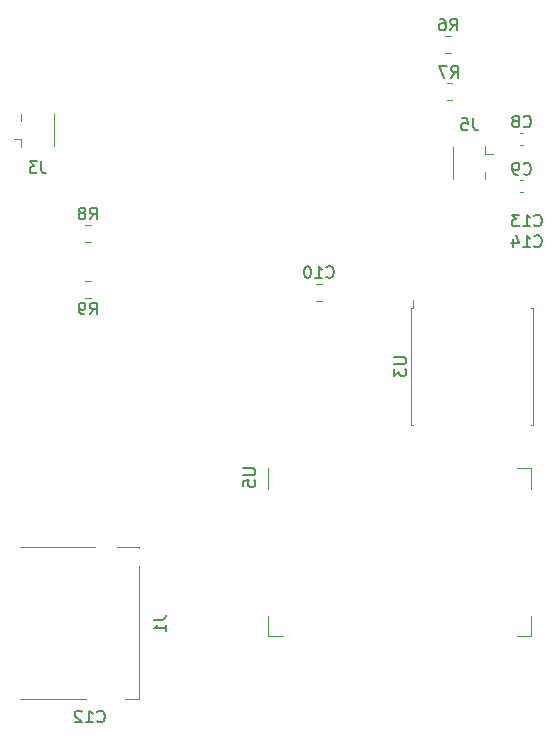
<source format=gbr>
%TF.GenerationSoftware,KiCad,Pcbnew,7.0.6*%
%TF.CreationDate,2023-08-21T19:58:41-03:00*%
%TF.ProjectId,satelite,73617465-6c69-4746-952e-6b696361645f,rev?*%
%TF.SameCoordinates,Original*%
%TF.FileFunction,Legend,Bot*%
%TF.FilePolarity,Positive*%
%FSLAX46Y46*%
G04 Gerber Fmt 4.6, Leading zero omitted, Abs format (unit mm)*
G04 Created by KiCad (PCBNEW 7.0.6) date 2023-08-21 19:58:41*
%MOMM*%
%LPD*%
G01*
G04 APERTURE LIST*
%ADD10C,0.150000*%
%ADD11C,0.120000*%
G04 APERTURE END LIST*
D10*
X171391666Y-77929580D02*
X171439285Y-77977200D01*
X171439285Y-77977200D02*
X171582142Y-78024819D01*
X171582142Y-78024819D02*
X171677380Y-78024819D01*
X171677380Y-78024819D02*
X171820237Y-77977200D01*
X171820237Y-77977200D02*
X171915475Y-77881961D01*
X171915475Y-77881961D02*
X171963094Y-77786723D01*
X171963094Y-77786723D02*
X172010713Y-77596247D01*
X172010713Y-77596247D02*
X172010713Y-77453390D01*
X172010713Y-77453390D02*
X171963094Y-77262914D01*
X171963094Y-77262914D02*
X171915475Y-77167676D01*
X171915475Y-77167676D02*
X171820237Y-77072438D01*
X171820237Y-77072438D02*
X171677380Y-77024819D01*
X171677380Y-77024819D02*
X171582142Y-77024819D01*
X171582142Y-77024819D02*
X171439285Y-77072438D01*
X171439285Y-77072438D02*
X171391666Y-77120057D01*
X170915475Y-78024819D02*
X170724999Y-78024819D01*
X170724999Y-78024819D02*
X170629761Y-77977200D01*
X170629761Y-77977200D02*
X170582142Y-77929580D01*
X170582142Y-77929580D02*
X170486904Y-77786723D01*
X170486904Y-77786723D02*
X170439285Y-77596247D01*
X170439285Y-77596247D02*
X170439285Y-77215295D01*
X170439285Y-77215295D02*
X170486904Y-77120057D01*
X170486904Y-77120057D02*
X170534523Y-77072438D01*
X170534523Y-77072438D02*
X170629761Y-77024819D01*
X170629761Y-77024819D02*
X170820237Y-77024819D01*
X170820237Y-77024819D02*
X170915475Y-77072438D01*
X170915475Y-77072438D02*
X170963094Y-77120057D01*
X170963094Y-77120057D02*
X171010713Y-77215295D01*
X171010713Y-77215295D02*
X171010713Y-77453390D01*
X171010713Y-77453390D02*
X170963094Y-77548628D01*
X170963094Y-77548628D02*
X170915475Y-77596247D01*
X170915475Y-77596247D02*
X170820237Y-77643866D01*
X170820237Y-77643866D02*
X170629761Y-77643866D01*
X170629761Y-77643866D02*
X170534523Y-77596247D01*
X170534523Y-77596247D02*
X170486904Y-77548628D01*
X170486904Y-77548628D02*
X170439285Y-77453390D01*
X134666666Y-81804819D02*
X134999999Y-81328628D01*
X135238094Y-81804819D02*
X135238094Y-80804819D01*
X135238094Y-80804819D02*
X134857142Y-80804819D01*
X134857142Y-80804819D02*
X134761904Y-80852438D01*
X134761904Y-80852438D02*
X134714285Y-80900057D01*
X134714285Y-80900057D02*
X134666666Y-80995295D01*
X134666666Y-80995295D02*
X134666666Y-81138152D01*
X134666666Y-81138152D02*
X134714285Y-81233390D01*
X134714285Y-81233390D02*
X134761904Y-81281009D01*
X134761904Y-81281009D02*
X134857142Y-81328628D01*
X134857142Y-81328628D02*
X135238094Y-81328628D01*
X134095237Y-81233390D02*
X134190475Y-81185771D01*
X134190475Y-81185771D02*
X134238094Y-81138152D01*
X134238094Y-81138152D02*
X134285713Y-81042914D01*
X134285713Y-81042914D02*
X134285713Y-80995295D01*
X134285713Y-80995295D02*
X134238094Y-80900057D01*
X134238094Y-80900057D02*
X134190475Y-80852438D01*
X134190475Y-80852438D02*
X134095237Y-80804819D01*
X134095237Y-80804819D02*
X133904761Y-80804819D01*
X133904761Y-80804819D02*
X133809523Y-80852438D01*
X133809523Y-80852438D02*
X133761904Y-80900057D01*
X133761904Y-80900057D02*
X133714285Y-80995295D01*
X133714285Y-80995295D02*
X133714285Y-81042914D01*
X133714285Y-81042914D02*
X133761904Y-81138152D01*
X133761904Y-81138152D02*
X133809523Y-81185771D01*
X133809523Y-81185771D02*
X133904761Y-81233390D01*
X133904761Y-81233390D02*
X134095237Y-81233390D01*
X134095237Y-81233390D02*
X134190475Y-81281009D01*
X134190475Y-81281009D02*
X134238094Y-81328628D01*
X134238094Y-81328628D02*
X134285713Y-81423866D01*
X134285713Y-81423866D02*
X134285713Y-81614342D01*
X134285713Y-81614342D02*
X134238094Y-81709580D01*
X134238094Y-81709580D02*
X134190475Y-81757200D01*
X134190475Y-81757200D02*
X134095237Y-81804819D01*
X134095237Y-81804819D02*
X133904761Y-81804819D01*
X133904761Y-81804819D02*
X133809523Y-81757200D01*
X133809523Y-81757200D02*
X133761904Y-81709580D01*
X133761904Y-81709580D02*
X133714285Y-81614342D01*
X133714285Y-81614342D02*
X133714285Y-81423866D01*
X133714285Y-81423866D02*
X133761904Y-81328628D01*
X133761904Y-81328628D02*
X133809523Y-81281009D01*
X133809523Y-81281009D02*
X133904761Y-81233390D01*
X165166666Y-65804819D02*
X165499999Y-65328628D01*
X165738094Y-65804819D02*
X165738094Y-64804819D01*
X165738094Y-64804819D02*
X165357142Y-64804819D01*
X165357142Y-64804819D02*
X165261904Y-64852438D01*
X165261904Y-64852438D02*
X165214285Y-64900057D01*
X165214285Y-64900057D02*
X165166666Y-64995295D01*
X165166666Y-64995295D02*
X165166666Y-65138152D01*
X165166666Y-65138152D02*
X165214285Y-65233390D01*
X165214285Y-65233390D02*
X165261904Y-65281009D01*
X165261904Y-65281009D02*
X165357142Y-65328628D01*
X165357142Y-65328628D02*
X165738094Y-65328628D01*
X164309523Y-64804819D02*
X164499999Y-64804819D01*
X164499999Y-64804819D02*
X164595237Y-64852438D01*
X164595237Y-64852438D02*
X164642856Y-64900057D01*
X164642856Y-64900057D02*
X164738094Y-65042914D01*
X164738094Y-65042914D02*
X164785713Y-65233390D01*
X164785713Y-65233390D02*
X164785713Y-65614342D01*
X164785713Y-65614342D02*
X164738094Y-65709580D01*
X164738094Y-65709580D02*
X164690475Y-65757200D01*
X164690475Y-65757200D02*
X164595237Y-65804819D01*
X164595237Y-65804819D02*
X164404761Y-65804819D01*
X164404761Y-65804819D02*
X164309523Y-65757200D01*
X164309523Y-65757200D02*
X164261904Y-65709580D01*
X164261904Y-65709580D02*
X164214285Y-65614342D01*
X164214285Y-65614342D02*
X164214285Y-65376247D01*
X164214285Y-65376247D02*
X164261904Y-65281009D01*
X164261904Y-65281009D02*
X164309523Y-65233390D01*
X164309523Y-65233390D02*
X164404761Y-65185771D01*
X164404761Y-65185771D02*
X164595237Y-65185771D01*
X164595237Y-65185771D02*
X164690475Y-65233390D01*
X164690475Y-65233390D02*
X164738094Y-65281009D01*
X164738094Y-65281009D02*
X164785713Y-65376247D01*
X135297857Y-124309580D02*
X135345476Y-124357200D01*
X135345476Y-124357200D02*
X135488333Y-124404819D01*
X135488333Y-124404819D02*
X135583571Y-124404819D01*
X135583571Y-124404819D02*
X135726428Y-124357200D01*
X135726428Y-124357200D02*
X135821666Y-124261961D01*
X135821666Y-124261961D02*
X135869285Y-124166723D01*
X135869285Y-124166723D02*
X135916904Y-123976247D01*
X135916904Y-123976247D02*
X135916904Y-123833390D01*
X135916904Y-123833390D02*
X135869285Y-123642914D01*
X135869285Y-123642914D02*
X135821666Y-123547676D01*
X135821666Y-123547676D02*
X135726428Y-123452438D01*
X135726428Y-123452438D02*
X135583571Y-123404819D01*
X135583571Y-123404819D02*
X135488333Y-123404819D01*
X135488333Y-123404819D02*
X135345476Y-123452438D01*
X135345476Y-123452438D02*
X135297857Y-123500057D01*
X134345476Y-124404819D02*
X134916904Y-124404819D01*
X134631190Y-124404819D02*
X134631190Y-123404819D01*
X134631190Y-123404819D02*
X134726428Y-123547676D01*
X134726428Y-123547676D02*
X134821666Y-123642914D01*
X134821666Y-123642914D02*
X134916904Y-123690533D01*
X133964523Y-123500057D02*
X133916904Y-123452438D01*
X133916904Y-123452438D02*
X133821666Y-123404819D01*
X133821666Y-123404819D02*
X133583571Y-123404819D01*
X133583571Y-123404819D02*
X133488333Y-123452438D01*
X133488333Y-123452438D02*
X133440714Y-123500057D01*
X133440714Y-123500057D02*
X133393095Y-123595295D01*
X133393095Y-123595295D02*
X133393095Y-123690533D01*
X133393095Y-123690533D02*
X133440714Y-123833390D01*
X133440714Y-123833390D02*
X134012142Y-124404819D01*
X134012142Y-124404819D02*
X133393095Y-124404819D01*
X154692857Y-86679580D02*
X154740476Y-86727200D01*
X154740476Y-86727200D02*
X154883333Y-86774819D01*
X154883333Y-86774819D02*
X154978571Y-86774819D01*
X154978571Y-86774819D02*
X155121428Y-86727200D01*
X155121428Y-86727200D02*
X155216666Y-86631961D01*
X155216666Y-86631961D02*
X155264285Y-86536723D01*
X155264285Y-86536723D02*
X155311904Y-86346247D01*
X155311904Y-86346247D02*
X155311904Y-86203390D01*
X155311904Y-86203390D02*
X155264285Y-86012914D01*
X155264285Y-86012914D02*
X155216666Y-85917676D01*
X155216666Y-85917676D02*
X155121428Y-85822438D01*
X155121428Y-85822438D02*
X154978571Y-85774819D01*
X154978571Y-85774819D02*
X154883333Y-85774819D01*
X154883333Y-85774819D02*
X154740476Y-85822438D01*
X154740476Y-85822438D02*
X154692857Y-85870057D01*
X153740476Y-86774819D02*
X154311904Y-86774819D01*
X154026190Y-86774819D02*
X154026190Y-85774819D01*
X154026190Y-85774819D02*
X154121428Y-85917676D01*
X154121428Y-85917676D02*
X154216666Y-86012914D01*
X154216666Y-86012914D02*
X154311904Y-86060533D01*
X153121428Y-85774819D02*
X153026190Y-85774819D01*
X153026190Y-85774819D02*
X152930952Y-85822438D01*
X152930952Y-85822438D02*
X152883333Y-85870057D01*
X152883333Y-85870057D02*
X152835714Y-85965295D01*
X152835714Y-85965295D02*
X152788095Y-86155771D01*
X152788095Y-86155771D02*
X152788095Y-86393866D01*
X152788095Y-86393866D02*
X152835714Y-86584342D01*
X152835714Y-86584342D02*
X152883333Y-86679580D01*
X152883333Y-86679580D02*
X152930952Y-86727200D01*
X152930952Y-86727200D02*
X153026190Y-86774819D01*
X153026190Y-86774819D02*
X153121428Y-86774819D01*
X153121428Y-86774819D02*
X153216666Y-86727200D01*
X153216666Y-86727200D02*
X153264285Y-86679580D01*
X153264285Y-86679580D02*
X153311904Y-86584342D01*
X153311904Y-86584342D02*
X153359523Y-86393866D01*
X153359523Y-86393866D02*
X153359523Y-86155771D01*
X153359523Y-86155771D02*
X153311904Y-85965295D01*
X153311904Y-85965295D02*
X153264285Y-85870057D01*
X153264285Y-85870057D02*
X153216666Y-85822438D01*
X153216666Y-85822438D02*
X153121428Y-85774819D01*
X171391666Y-73929580D02*
X171439285Y-73977200D01*
X171439285Y-73977200D02*
X171582142Y-74024819D01*
X171582142Y-74024819D02*
X171677380Y-74024819D01*
X171677380Y-74024819D02*
X171820237Y-73977200D01*
X171820237Y-73977200D02*
X171915475Y-73881961D01*
X171915475Y-73881961D02*
X171963094Y-73786723D01*
X171963094Y-73786723D02*
X172010713Y-73596247D01*
X172010713Y-73596247D02*
X172010713Y-73453390D01*
X172010713Y-73453390D02*
X171963094Y-73262914D01*
X171963094Y-73262914D02*
X171915475Y-73167676D01*
X171915475Y-73167676D02*
X171820237Y-73072438D01*
X171820237Y-73072438D02*
X171677380Y-73024819D01*
X171677380Y-73024819D02*
X171582142Y-73024819D01*
X171582142Y-73024819D02*
X171439285Y-73072438D01*
X171439285Y-73072438D02*
X171391666Y-73120057D01*
X170820237Y-73453390D02*
X170915475Y-73405771D01*
X170915475Y-73405771D02*
X170963094Y-73358152D01*
X170963094Y-73358152D02*
X171010713Y-73262914D01*
X171010713Y-73262914D02*
X171010713Y-73215295D01*
X171010713Y-73215295D02*
X170963094Y-73120057D01*
X170963094Y-73120057D02*
X170915475Y-73072438D01*
X170915475Y-73072438D02*
X170820237Y-73024819D01*
X170820237Y-73024819D02*
X170629761Y-73024819D01*
X170629761Y-73024819D02*
X170534523Y-73072438D01*
X170534523Y-73072438D02*
X170486904Y-73120057D01*
X170486904Y-73120057D02*
X170439285Y-73215295D01*
X170439285Y-73215295D02*
X170439285Y-73262914D01*
X170439285Y-73262914D02*
X170486904Y-73358152D01*
X170486904Y-73358152D02*
X170534523Y-73405771D01*
X170534523Y-73405771D02*
X170629761Y-73453390D01*
X170629761Y-73453390D02*
X170820237Y-73453390D01*
X170820237Y-73453390D02*
X170915475Y-73501009D01*
X170915475Y-73501009D02*
X170963094Y-73548628D01*
X170963094Y-73548628D02*
X171010713Y-73643866D01*
X171010713Y-73643866D02*
X171010713Y-73834342D01*
X171010713Y-73834342D02*
X170963094Y-73929580D01*
X170963094Y-73929580D02*
X170915475Y-73977200D01*
X170915475Y-73977200D02*
X170820237Y-74024819D01*
X170820237Y-74024819D02*
X170629761Y-74024819D01*
X170629761Y-74024819D02*
X170534523Y-73977200D01*
X170534523Y-73977200D02*
X170486904Y-73929580D01*
X170486904Y-73929580D02*
X170439285Y-73834342D01*
X170439285Y-73834342D02*
X170439285Y-73643866D01*
X170439285Y-73643866D02*
X170486904Y-73548628D01*
X170486904Y-73548628D02*
X170534523Y-73501009D01*
X170534523Y-73501009D02*
X170629761Y-73453390D01*
X172297857Y-84059580D02*
X172345476Y-84107200D01*
X172345476Y-84107200D02*
X172488333Y-84154819D01*
X172488333Y-84154819D02*
X172583571Y-84154819D01*
X172583571Y-84154819D02*
X172726428Y-84107200D01*
X172726428Y-84107200D02*
X172821666Y-84011961D01*
X172821666Y-84011961D02*
X172869285Y-83916723D01*
X172869285Y-83916723D02*
X172916904Y-83726247D01*
X172916904Y-83726247D02*
X172916904Y-83583390D01*
X172916904Y-83583390D02*
X172869285Y-83392914D01*
X172869285Y-83392914D02*
X172821666Y-83297676D01*
X172821666Y-83297676D02*
X172726428Y-83202438D01*
X172726428Y-83202438D02*
X172583571Y-83154819D01*
X172583571Y-83154819D02*
X172488333Y-83154819D01*
X172488333Y-83154819D02*
X172345476Y-83202438D01*
X172345476Y-83202438D02*
X172297857Y-83250057D01*
X171345476Y-84154819D02*
X171916904Y-84154819D01*
X171631190Y-84154819D02*
X171631190Y-83154819D01*
X171631190Y-83154819D02*
X171726428Y-83297676D01*
X171726428Y-83297676D02*
X171821666Y-83392914D01*
X171821666Y-83392914D02*
X171916904Y-83440533D01*
X170488333Y-83488152D02*
X170488333Y-84154819D01*
X170726428Y-83107200D02*
X170964523Y-83821485D01*
X170964523Y-83821485D02*
X170345476Y-83821485D01*
X165254166Y-69804819D02*
X165587499Y-69328628D01*
X165825594Y-69804819D02*
X165825594Y-68804819D01*
X165825594Y-68804819D02*
X165444642Y-68804819D01*
X165444642Y-68804819D02*
X165349404Y-68852438D01*
X165349404Y-68852438D02*
X165301785Y-68900057D01*
X165301785Y-68900057D02*
X165254166Y-68995295D01*
X165254166Y-68995295D02*
X165254166Y-69138152D01*
X165254166Y-69138152D02*
X165301785Y-69233390D01*
X165301785Y-69233390D02*
X165349404Y-69281009D01*
X165349404Y-69281009D02*
X165444642Y-69328628D01*
X165444642Y-69328628D02*
X165825594Y-69328628D01*
X164920832Y-68804819D02*
X164254166Y-68804819D01*
X164254166Y-68804819D02*
X164682737Y-69804819D01*
X134666666Y-89854819D02*
X134999999Y-89378628D01*
X135238094Y-89854819D02*
X135238094Y-88854819D01*
X135238094Y-88854819D02*
X134857142Y-88854819D01*
X134857142Y-88854819D02*
X134761904Y-88902438D01*
X134761904Y-88902438D02*
X134714285Y-88950057D01*
X134714285Y-88950057D02*
X134666666Y-89045295D01*
X134666666Y-89045295D02*
X134666666Y-89188152D01*
X134666666Y-89188152D02*
X134714285Y-89283390D01*
X134714285Y-89283390D02*
X134761904Y-89331009D01*
X134761904Y-89331009D02*
X134857142Y-89378628D01*
X134857142Y-89378628D02*
X135238094Y-89378628D01*
X134190475Y-89854819D02*
X133999999Y-89854819D01*
X133999999Y-89854819D02*
X133904761Y-89807200D01*
X133904761Y-89807200D02*
X133857142Y-89759580D01*
X133857142Y-89759580D02*
X133761904Y-89616723D01*
X133761904Y-89616723D02*
X133714285Y-89426247D01*
X133714285Y-89426247D02*
X133714285Y-89045295D01*
X133714285Y-89045295D02*
X133761904Y-88950057D01*
X133761904Y-88950057D02*
X133809523Y-88902438D01*
X133809523Y-88902438D02*
X133904761Y-88854819D01*
X133904761Y-88854819D02*
X134095237Y-88854819D01*
X134095237Y-88854819D02*
X134190475Y-88902438D01*
X134190475Y-88902438D02*
X134238094Y-88950057D01*
X134238094Y-88950057D02*
X134285713Y-89045295D01*
X134285713Y-89045295D02*
X134285713Y-89283390D01*
X134285713Y-89283390D02*
X134238094Y-89378628D01*
X134238094Y-89378628D02*
X134190475Y-89426247D01*
X134190475Y-89426247D02*
X134095237Y-89473866D01*
X134095237Y-89473866D02*
X133904761Y-89473866D01*
X133904761Y-89473866D02*
X133809523Y-89426247D01*
X133809523Y-89426247D02*
X133761904Y-89378628D01*
X133761904Y-89378628D02*
X133714285Y-89283390D01*
X172297857Y-82309580D02*
X172345476Y-82357200D01*
X172345476Y-82357200D02*
X172488333Y-82404819D01*
X172488333Y-82404819D02*
X172583571Y-82404819D01*
X172583571Y-82404819D02*
X172726428Y-82357200D01*
X172726428Y-82357200D02*
X172821666Y-82261961D01*
X172821666Y-82261961D02*
X172869285Y-82166723D01*
X172869285Y-82166723D02*
X172916904Y-81976247D01*
X172916904Y-81976247D02*
X172916904Y-81833390D01*
X172916904Y-81833390D02*
X172869285Y-81642914D01*
X172869285Y-81642914D02*
X172821666Y-81547676D01*
X172821666Y-81547676D02*
X172726428Y-81452438D01*
X172726428Y-81452438D02*
X172583571Y-81404819D01*
X172583571Y-81404819D02*
X172488333Y-81404819D01*
X172488333Y-81404819D02*
X172345476Y-81452438D01*
X172345476Y-81452438D02*
X172297857Y-81500057D01*
X171345476Y-82404819D02*
X171916904Y-82404819D01*
X171631190Y-82404819D02*
X171631190Y-81404819D01*
X171631190Y-81404819D02*
X171726428Y-81547676D01*
X171726428Y-81547676D02*
X171821666Y-81642914D01*
X171821666Y-81642914D02*
X171916904Y-81690533D01*
X171012142Y-81404819D02*
X170393095Y-81404819D01*
X170393095Y-81404819D02*
X170726428Y-81785771D01*
X170726428Y-81785771D02*
X170583571Y-81785771D01*
X170583571Y-81785771D02*
X170488333Y-81833390D01*
X170488333Y-81833390D02*
X170440714Y-81881009D01*
X170440714Y-81881009D02*
X170393095Y-81976247D01*
X170393095Y-81976247D02*
X170393095Y-82214342D01*
X170393095Y-82214342D02*
X170440714Y-82309580D01*
X170440714Y-82309580D02*
X170488333Y-82357200D01*
X170488333Y-82357200D02*
X170583571Y-82404819D01*
X170583571Y-82404819D02*
X170869285Y-82404819D01*
X170869285Y-82404819D02*
X170964523Y-82357200D01*
X170964523Y-82357200D02*
X171012142Y-82309580D01*
X147654819Y-102888095D02*
X148464342Y-102888095D01*
X148464342Y-102888095D02*
X148559580Y-102935714D01*
X148559580Y-102935714D02*
X148607200Y-102983333D01*
X148607200Y-102983333D02*
X148654819Y-103078571D01*
X148654819Y-103078571D02*
X148654819Y-103269047D01*
X148654819Y-103269047D02*
X148607200Y-103364285D01*
X148607200Y-103364285D02*
X148559580Y-103411904D01*
X148559580Y-103411904D02*
X148464342Y-103459523D01*
X148464342Y-103459523D02*
X147654819Y-103459523D01*
X147654819Y-104411904D02*
X147654819Y-103935714D01*
X147654819Y-103935714D02*
X148131009Y-103888095D01*
X148131009Y-103888095D02*
X148083390Y-103935714D01*
X148083390Y-103935714D02*
X148035771Y-104030952D01*
X148035771Y-104030952D02*
X148035771Y-104269047D01*
X148035771Y-104269047D02*
X148083390Y-104364285D01*
X148083390Y-104364285D02*
X148131009Y-104411904D01*
X148131009Y-104411904D02*
X148226247Y-104459523D01*
X148226247Y-104459523D02*
X148464342Y-104459523D01*
X148464342Y-104459523D02*
X148559580Y-104411904D01*
X148559580Y-104411904D02*
X148607200Y-104364285D01*
X148607200Y-104364285D02*
X148654819Y-104269047D01*
X148654819Y-104269047D02*
X148654819Y-104030952D01*
X148654819Y-104030952D02*
X148607200Y-103935714D01*
X148607200Y-103935714D02*
X148559580Y-103888095D01*
X167108333Y-73254819D02*
X167108333Y-73969104D01*
X167108333Y-73969104D02*
X167155952Y-74111961D01*
X167155952Y-74111961D02*
X167251190Y-74207200D01*
X167251190Y-74207200D02*
X167394047Y-74254819D01*
X167394047Y-74254819D02*
X167489285Y-74254819D01*
X166155952Y-73254819D02*
X166632142Y-73254819D01*
X166632142Y-73254819D02*
X166679761Y-73731009D01*
X166679761Y-73731009D02*
X166632142Y-73683390D01*
X166632142Y-73683390D02*
X166536904Y-73635771D01*
X166536904Y-73635771D02*
X166298809Y-73635771D01*
X166298809Y-73635771D02*
X166203571Y-73683390D01*
X166203571Y-73683390D02*
X166155952Y-73731009D01*
X166155952Y-73731009D02*
X166108333Y-73826247D01*
X166108333Y-73826247D02*
X166108333Y-74064342D01*
X166108333Y-74064342D02*
X166155952Y-74159580D01*
X166155952Y-74159580D02*
X166203571Y-74207200D01*
X166203571Y-74207200D02*
X166298809Y-74254819D01*
X166298809Y-74254819D02*
X166536904Y-74254819D01*
X166536904Y-74254819D02*
X166632142Y-74207200D01*
X166632142Y-74207200D02*
X166679761Y-74159580D01*
X160454819Y-93488095D02*
X161264342Y-93488095D01*
X161264342Y-93488095D02*
X161359580Y-93535714D01*
X161359580Y-93535714D02*
X161407200Y-93583333D01*
X161407200Y-93583333D02*
X161454819Y-93678571D01*
X161454819Y-93678571D02*
X161454819Y-93869047D01*
X161454819Y-93869047D02*
X161407200Y-93964285D01*
X161407200Y-93964285D02*
X161359580Y-94011904D01*
X161359580Y-94011904D02*
X161264342Y-94059523D01*
X161264342Y-94059523D02*
X160454819Y-94059523D01*
X160454819Y-94440476D02*
X160454819Y-95059523D01*
X160454819Y-95059523D02*
X160835771Y-94726190D01*
X160835771Y-94726190D02*
X160835771Y-94869047D01*
X160835771Y-94869047D02*
X160883390Y-94964285D01*
X160883390Y-94964285D02*
X160931009Y-95011904D01*
X160931009Y-95011904D02*
X161026247Y-95059523D01*
X161026247Y-95059523D02*
X161264342Y-95059523D01*
X161264342Y-95059523D02*
X161359580Y-95011904D01*
X161359580Y-95011904D02*
X161407200Y-94964285D01*
X161407200Y-94964285D02*
X161454819Y-94869047D01*
X161454819Y-94869047D02*
X161454819Y-94583333D01*
X161454819Y-94583333D02*
X161407200Y-94488095D01*
X161407200Y-94488095D02*
X161359580Y-94440476D01*
X140079819Y-115691666D02*
X140794104Y-115691666D01*
X140794104Y-115691666D02*
X140936961Y-115644047D01*
X140936961Y-115644047D02*
X141032200Y-115548809D01*
X141032200Y-115548809D02*
X141079819Y-115405952D01*
X141079819Y-115405952D02*
X141079819Y-115310714D01*
X141079819Y-116691666D02*
X141079819Y-116120238D01*
X141079819Y-116405952D02*
X140079819Y-116405952D01*
X140079819Y-116405952D02*
X140222676Y-116310714D01*
X140222676Y-116310714D02*
X140317914Y-116215476D01*
X140317914Y-116215476D02*
X140365533Y-116120238D01*
X130558333Y-76904819D02*
X130558333Y-77619104D01*
X130558333Y-77619104D02*
X130605952Y-77761961D01*
X130605952Y-77761961D02*
X130701190Y-77857200D01*
X130701190Y-77857200D02*
X130844047Y-77904819D01*
X130844047Y-77904819D02*
X130939285Y-77904819D01*
X130177380Y-76904819D02*
X129558333Y-76904819D01*
X129558333Y-76904819D02*
X129891666Y-77285771D01*
X129891666Y-77285771D02*
X129748809Y-77285771D01*
X129748809Y-77285771D02*
X129653571Y-77333390D01*
X129653571Y-77333390D02*
X129605952Y-77381009D01*
X129605952Y-77381009D02*
X129558333Y-77476247D01*
X129558333Y-77476247D02*
X129558333Y-77714342D01*
X129558333Y-77714342D02*
X129605952Y-77809580D01*
X129605952Y-77809580D02*
X129653571Y-77857200D01*
X129653571Y-77857200D02*
X129748809Y-77904819D01*
X129748809Y-77904819D02*
X130034523Y-77904819D01*
X130034523Y-77904819D02*
X130129761Y-77857200D01*
X130129761Y-77857200D02*
X130177380Y-77809580D01*
D11*
%TO.C,C9*%
X171365580Y-78490000D02*
X171084420Y-78490000D01*
X171365580Y-79510000D02*
X171084420Y-79510000D01*
%TO.C,R8*%
X134727064Y-82265000D02*
X134272936Y-82265000D01*
X134727064Y-83735000D02*
X134272936Y-83735000D01*
%TO.C,R6*%
X165227064Y-66265000D02*
X164772936Y-66265000D01*
X165227064Y-67735000D02*
X164772936Y-67735000D01*
%TO.C,C10*%
X154311252Y-87265000D02*
X153788748Y-87265000D01*
X154311252Y-88735000D02*
X153788748Y-88735000D01*
%TO.C,C8*%
X171365580Y-74490000D02*
X171084420Y-74490000D01*
X171365580Y-75510000D02*
X171084420Y-75510000D01*
%TO.C,R7*%
X165314564Y-70265000D02*
X164860436Y-70265000D01*
X165314564Y-71735000D02*
X164860436Y-71735000D01*
%TO.C,R9*%
X134272936Y-88485000D02*
X134727064Y-88485000D01*
X134272936Y-87015000D02*
X134727064Y-87015000D01*
%TO.C,U5*%
X149780000Y-117120000D02*
X151000000Y-117120000D01*
X170800000Y-117120000D02*
X172020000Y-117120000D01*
X149780000Y-115400000D02*
X149780000Y-117120000D01*
X172020000Y-115400000D02*
X172020000Y-117120000D01*
X172020000Y-104600000D02*
X172020000Y-102880000D01*
X149780000Y-102880000D02*
X149780000Y-104600000D01*
X172020000Y-102880000D02*
X170800000Y-102880000D01*
%TO.C,J5*%
X165415000Y-75650000D02*
X165415000Y-78350000D01*
X168135000Y-75600000D02*
X168135000Y-76240000D01*
X168135000Y-76240000D02*
X168765000Y-76240000D01*
X168135000Y-78400000D02*
X168135000Y-77760000D01*
%TO.C,U3*%
X161990000Y-88600000D02*
X161990000Y-89290000D01*
X172160000Y-89290000D02*
X172160000Y-99210000D01*
X172010000Y-89290000D02*
X172160000Y-89290000D01*
X161840000Y-89290000D02*
X161990000Y-89290000D01*
X161840000Y-89290000D02*
X161840000Y-99210000D01*
X172010000Y-99210000D02*
X172160000Y-99210000D01*
X161840000Y-99210000D02*
X161990000Y-99210000D01*
%TO.C,J1*%
X134375000Y-122435000D02*
X128775000Y-122435000D01*
X137625000Y-122435000D02*
X138785000Y-122435000D01*
X138785000Y-122435000D02*
X138785000Y-111175000D01*
X138785000Y-109675000D02*
X138785000Y-109565000D01*
X135075000Y-109565000D02*
X128775000Y-109565000D01*
X138785000Y-109565000D02*
X136975000Y-109565000D01*
%TO.C,J3*%
X128865000Y-72850000D02*
X128865000Y-73490000D01*
X128865000Y-75010000D02*
X128235000Y-75010000D01*
X128865000Y-75650000D02*
X128865000Y-75010000D01*
X131585000Y-75600000D02*
X131585000Y-72900000D01*
%TD*%
M02*

</source>
